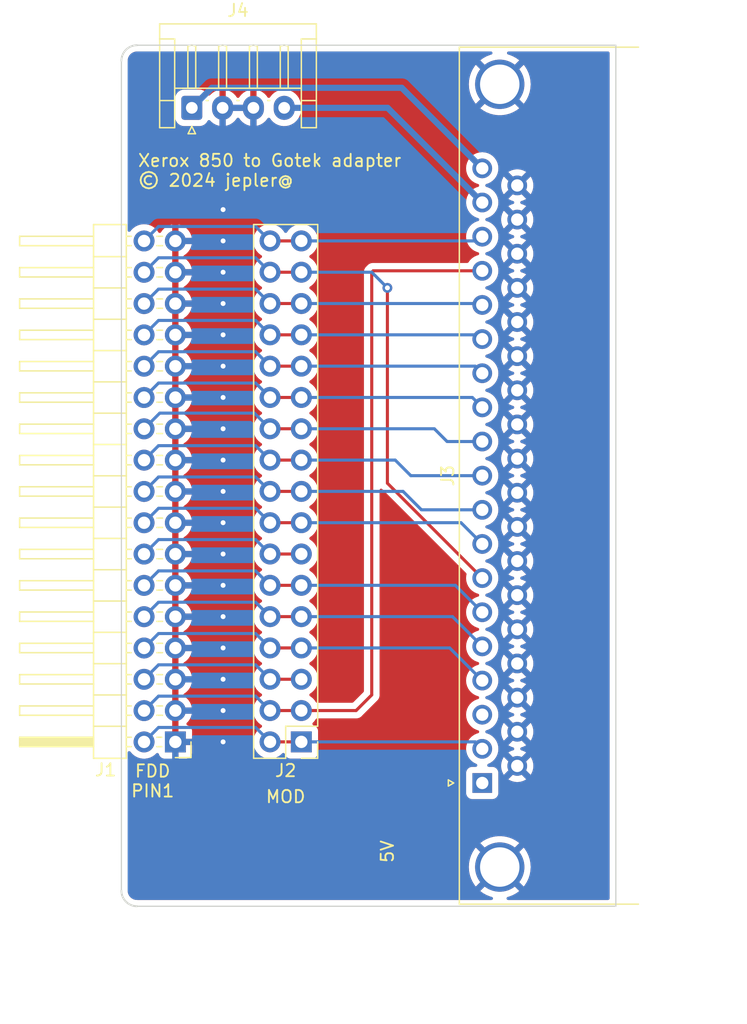
<source format=kicad_pcb>
(kicad_pcb (version 20211014) (generator pcbnew)
  (layers (0 "F.Cu" signal) (31 "B.Cu" signal) (34 "B.Paste" user) (35 "F.Paste" user) (36 "B.SilkS" user "B.Silkscreen") (37 "F.SilkS" user "F.Silkscreen") (38 "B.Mask" user) (39 "F.Mask" user) (44 "Edge.Cuts" user))
  (net 0 "")
  (net 1 "GND")
  (net 2 "READY")
  (net 3 "Net-(J1-Pad6)")
  (net 4 "INDEX")
  (net 5 "SEL1")
  (net 6 "SEL2")
  (net 7 "STEP")
  (net 8 "WTDATA")
  (net 9 "WTGATE")
  (net 10 "TK00")
  (net 11 "WTPRO")
  (net 12 "SIDE")
  (net 13 "RDDATA")
  (net 15 "+5V")
  (net 16 "SEL_8_5")
  (net 17 "Net-(J1-Pad14)")
  (net 18 "HEAD_LOAD")
  (net 19 "STEP_IN")
  (net 21 "LOW_CURRENT")
  (net 22 "+12V")
  (footprint "Connector_PinHeader_2.54mm:PinHeader_2x17_P2.54mm_Horizontal" (layer "F.Cu") (at 103.44 127.64 180)
    (fp_text reference "J1" (at 5.655 -2.27) (layer "F.SilkS"))
    (fp_text value "Conn_02x17_Odd_Even")
    (fp_line (start 6.64 0.28) (end 12.64 0.28) (layer "F.SilkS") (width 0.12))
    (fp_line (start 3.582929 10.54) (end 3.98 10.54) (layer "F.SilkS") (width 0.12))
    (fp_line (start -1.27 -1.27) (end 0 -1.27) (layer "F.SilkS") (width 0.12))
    (fp_line (start 3.582929 37.72) (end 3.98 37.72) (layer "F.SilkS") (width 0.12))
    (fp_line (start 3.582929 -0.38) (end 3.98 -0.38) (layer "F.SilkS") (width 0.12))
    (fp_line (start 3.582929 35.18) (end 3.98 35.18) (layer "F.SilkS") (width 0.12))
    (fp_line (start 12.64 25.02) (end 12.64 25.78) (layer "F.SilkS") (width 0.12))
    (fp_line (start 12.64 28.32) (end 6.64 28.32) (layer "F.SilkS") (width 0.12))
    (fp_line (start 6.64 9.78) (end 12.64 9.78) (layer "F.SilkS") (width 0.12))
    (fp_line (start 6.64 27.56) (end 12.64 27.56) (layer "F.SilkS") (width 0.12))
    (fp_line (start 12.64 35.94) (end 6.64 35.94) (layer "F.SilkS") (width 0.12))
    (fp_line (start 1.042929 12.32) (end 1.497071 12.32) (layer "F.SilkS") (width 0.12))
    (fp_line (start 3.582929 19.94) (end 3.98 19.94) (layer "F.SilkS") (width 0.12))
    (fp_line (start 1.042929 38.48) (end 1.497071 38.48) (layer "F.SilkS") (width 0.12))
    (fp_line (start 3.582929 25.78) (end 3.98 25.78) (layer "F.SilkS") (width 0.12))
    (fp_line (start 6.64 22.48) (end 12.64 22.48) (layer "F.SilkS") (width 0.12))
    (fp_line (start 1.042929 4.7) (end 1.497071 4.7) (layer "F.SilkS") (width 0.12))
    (fp_line (start 1.042929 7.24) (end 1.497071 7.24) (layer "F.SilkS") (width 0.12))
    (fp_line (start 12.64 15.62) (end 6.64 15.62) (layer "F.SilkS") (width 0.12))
    (fp_line (start 3.98 11.43) (end 6.64 11.43) (layer "F.SilkS") (width 0.12))
    (fp_line (start 12.64 41.02) (end 6.64 41.02) (layer "F.SilkS") (width 0.12))
    (fp_line (start 3.582929 28.32) (end 3.98 28.32) (layer "F.SilkS") (width 0.12))
    (fp_line (start 1.042929 27.56) (end 1.497071 27.56) (layer "F.SilkS") (width 0.12))
    (fp_line (start 12.64 20.7) (end 6.64 20.7) (layer "F.SilkS") (width 0.12))
    (fp_line (start 6.64 12.32) (end 12.64 12.32) (layer "F.SilkS") (width 0.12))
    (fp_line (start 6.64 14.86) (end 12.64 14.86) (layer "F.SilkS") (width 0.12))
    (fp_line (start 6.64 2.16) (end 12.64 2.16) (layer "F.SilkS") (width 0.12))
    (fp_line (start 1.042929 41.02) (end 1.497071 41.02) (layer "F.SilkS") (width 0.12))
    (fp_line (start 1.042929 30.1) (end 1.497071 30.1) (layer "F.SilkS") (width 0.12))
    (fp_line (start 3.98 19.05) (end 6.64 19.05) (layer "F.SilkS") (width 0.12))
    (fp_line (start 3.98 16.51) (end 6.64 16.51) (layer "F.SilkS") (width 0.12))
    (fp_line (start 6.64 4.7) (end 12.64 4.7) (layer "F.SilkS") (width 0.12))
    (fp_line (start 12.64 23.24) (end 6.64 23.24) (layer "F.SilkS") (width 0.12))
    (fp_line (start 3.582929 38.48) (end 3.98 38.48) (layer "F.SilkS") (width 0.12))
    (fp_line (start 12.64 30.1) (end 12.64 30.86) (layer "F.SilkS") (width 0.12))
    (fp_line (start -1.27 0) (end -1.27 -1.27) (layer "F.SilkS") (width 0.12))
    (fp_line (start 6.64 7.24) (end 12.64 7.24) (layer "F.SilkS") (width 0.12))
    (fp_line (start 1.042929 33.4) (end 1.497071 33.4) (layer "F.SilkS") (width 0.12))
    (fp_line (start 12.64 27.56) (end 12.64 28.32) (layer "F.SilkS") (width 0.12))
    (fp_line (start 1.042929 5.46) (end 1.497071 5.46) (layer "F.SilkS") (width 0.12))
    (fp_line (start 1.042929 2.92) (end 1.497071 2.92) (layer "F.SilkS") (width 0.12))
    (fp_line (start 12.64 -0.38) (end 12.64 0.38) (layer "F.SilkS") (width 0.12))
    (fp_line (start 1.042929 40.26) (end 1.497071 40.26) (layer "F.SilkS") (width 0.12))
    (fp_line (start 6.64 25.02) (end 12.64 25.02) (layer "F.SilkS") (width 0.12))
    (fp_line (start 3.98 6.35) (end 6.64 6.35) (layer "F.SilkS") (width 0.12))
    (fp_line (start 3.98 8.89) (end 6.64 8.89) (layer "F.SilkS") (width 0.12))
    (fp_line (start 3.98 21.59) (end 6.64 21.59) (layer "F.SilkS") (width 0.12))
    (fp_line (start 1.042929 2.16) (end 1.497071 2.16) (layer "F.SilkS") (width 0.12))
    (fp_line (start 3.98 1.27) (end 6.64 1.27) (layer "F.SilkS") (width 0.12))
    (fp_line (start 12.64 2.16) (end 12.64 2.92) (layer "F.SilkS") (width 0.12))
    (fp_line (start 1.042929 14.86) (end 1.497071 14.86) (layer "F.SilkS") (width 0.12))
    (fp_line (start 1.042929 13.08) (end 1.497071 13.08) (layer "F.SilkS") (width 0.12))
    (fp_line (start 3.98 3.81) (end 6.64 3.81) (layer "F.SilkS") (width 0.12))
    (fp_line (start 6.64 -0.2) (end 12.64 -0.2) (layer "F.SilkS") (width 0.12))
    (fp_line (start 12.64 37.72) (end 12.64 38.48) (layer "F.SilkS") (width 0.12))
    (fp_line (start 3.98 36.83) (end 6.64 36.83) (layer "F.SilkS") (width 0.12))
    (fp_line (start 12.64 12.32) (end 12.64 13.08) (layer "F.SilkS") (width 0.12))
    (fp_line (start 3.582929 40.26) (end 3.98 40.26) (layer "F.SilkS") (width 0.12))
    (fp_line (start 3.582929 17.4) (end 3.98 17.4) (layer "F.SilkS") (width 0.12))
    (fp_line (start 3.582929 4.7) (end 3.98 4.7) (layer "F.SilkS") (width 0.12))
    (fp_line (start 3.582929 32.64) (end 3.98 32.64) (layer "F.SilkS") (width 0.12))
    (fp_line (start 1.042929 37.72) (end 1.497071 37.72) (layer "F.SilkS") (width 0.12))
    (fp_line (start 1.042929 20.7) (end 1.497071 20.7) (layer "F.SilkS") (width 0.12))
    (fp_line (start 3.582929 7.24) (end 3.98 7.24) (layer "F.SilkS") (width 0.12))
    (fp_line (start 6.64 41.97) (end 6.64 -1.33) (layer "F.SilkS") (width 0.12))
    (fp_line (start 3.582929 8) (end 3.98 8) (layer "F.SilkS") (width 0.12))
    (fp_line (start 3.98 24.13) (end 6.64 24.13) (layer "F.SilkS") (width 0.12))
    (fp_line (start 3.582929 20.7) (end 3.98 20.7) (layer "F.SilkS") (width 0.12))
    (fp_line (start 3.582929 12.32) (end 3.98 12.32) (layer "F.SilkS") (width 0.12))
    (fp_line (start 6.64 -1.33) (end 3.98 -1.33) (layer "F.SilkS") (width 0.12))
    (fp_line (start 1.042929 35.94) (end 1.497071 35.94) (layer "F.SilkS") (width 0.12))
    (fp_line (start 6.64 -0.32) (end 12.64 -0.32) (layer "F.SilkS") (width 0.12))
    (fp_line (start 12.64 30.86) (end 6.64 30.86) (layer "F.SilkS") (width 0.12))
    (fp_line (start 12.64 14.86) (end 12.64 15.62) (layer "F.SilkS") (width 0.12))
    (fp_line (start 1.042929 28.32) (end 1.497071 28.32) (layer "F.SilkS") (width 0.12))
    (fp_line (start 3.582929 2.16) (end 3.98 2.16) (layer "F.SilkS") (width 0.12))
    (fp_line (start 3.582929 41.02) (end 3.98 41.02) (layer "F.SilkS") (width 0.12))
    (fp_line (start 3.582929 27.56) (end 3.98 27.56) (layer "F.SilkS") (width 0.12))
    (fp_line (start 1.042929 18.16) (end 1.497071 18.16) (layer "F.SilkS") (width 0.12))
    (fp_line (start 3.98 29.21) (end 6.64 29.21) (layer "F.SilkS") (width 0.12))
    (fp_line (start 1.042929 25.78) (end 1.497071 25.78) (layer "F.SilkS") (width 0.12))
    (fp_line (start 3.98 13.97) (end 6.64 13.97) (layer "F.SilkS") (width 0.12))
    (fp_line (start 12.64 33.4) (end 6.64 33.4) (layer "F.SilkS") (width 0.12))
    (fp_line (start 3.582929 0.38) (end 3.98 0.38) (layer "F.SilkS") (width 0.12))
    (fp_line (start 3.582929 33.4) (end 3.98 33.4) (layer "F.SilkS") (width 0.12))
    (fp_line (start 12.64 38.48) (end 6.64 38.48) (layer "F.SilkS") (width 0.12))
    (fp_line (start 6.64 32.64) (end 12.64 32.64) (layer "F.SilkS") (width 0.12))
    (fp_line (start 3.582929 30.86) (end 3.98 30.86) (layer "F.SilkS") (width 0.12))
    (fp_line (start 3.582929 30.1) (end 3.98 30.1) (layer "F.SilkS") (width 0.12))
    (fp_line (start 3.582929 15.62) (end 3.98 15.62) (layer "F.SilkS") (width 0.12))
    (fp_line (start 12.64 4.7) (end 12.64 5.46) (layer "F.SilkS") (width 0.12))
    (fp_line (start 3.582929 22.48) (end 3.98 22.48) (layer "F.SilkS") (width 0.12))
    (fp_line (start 1.042929 8) (end 1.497071 8) (layer "F.SilkS") (width 0.12))
    (fp_line (start 1.042929 30.86) (end 1.497071 30.86) (layer "F.SilkS") (width 0.12))
    (fp_line (start 6.64 0.04) (end 12.64 0.04) (layer "F.SilkS") (width 0.12))
    (fp_line (start 6.64 30.1) (end 12.64 30.1) (layer "F.SilkS") (width 0.12))
    (fp_line (start 12.64 25.78) (end 6.64 25.78) (layer "F.SilkS") (width 0.12))
    (fp_line (start 6.64 -0.08) (end 12.64 -0.08) (layer "F.SilkS") (width 0.12))
    (fp_line (start 3.582929 25.02) (end 3.98 25.02) (layer "F.SilkS") (width 0.12))
    (fp_line (start 3.582929 13.08) (end 3.98 13.08) (layer "F.SilkS") (width 0.12))
    (fp_line (start 12.64 17.4) (end 12.64 18.16) (layer "F.SilkS") (width 0.12))
    (fp_line (start 1.042929 23.24) (end 1.497071 23.24) (layer "F.SilkS") (width 0.12))
    (fp_line (start 3.98 31.75) (end 6.64 31.75) (layer "F.SilkS") (width 0.12))
    (fp_line (start 12.64 5.46) (end 6.64 5.46) (layer "F.SilkS") (width 0.12))
    (fp_line (start 12.64 8) (end 6.64 8) (layer "F.SilkS") (width 0.12))
    (fp_line (start 1.042929 22.48) (end 1.497071 22.48) (layer "F.SilkS") (width 0.12))
    (fp_line (start 6.64 19.94) (end 12.64 19.94) (layer "F.SilkS") (width 0.12))
    (fp_line (start 12.64 19.94) (end 12.64 20.7) (layer "F.SilkS") (width 0.12))
    (fp_line (start 3.582929 18.16) (end 3.98 18.16) (layer "F.SilkS") (width 0.12))
    (fp_line (start 12.64 0.38) (end 6.64 0.38) (layer "F.SilkS") (width 0.12))
    (fp_line (start 1.042929 19.94) (end 1.497071 19.94) (layer "F.SilkS") (width 0.12))
    (fp_line (start 6.64 35.18) (end 12.64 35.18) (layer "F.SilkS") (width 0.12))
    (fp_line (start 3.582929 5.46) (end 3.98 5.46) (layer "F.SilkS") (width 0.12))
    (fp_line (start 6.64 17.4) (end 12.64 17.4) (layer "F.SilkS") (width 0.12))
    (fp_line (start 12.64 10.54) (end 6.64 10.54) (layer "F.SilkS") (width 0.12))
    (fp_line (start 12.64 2.92) (end 6.64 2.92) (layer "F.SilkS") (width 0.12))
    (fp_line (start 3.582929 35.94) (end 3.98 35.94) (layer "F.SilkS") (width 0.12))
    (fp_line (start 3.582929 23.24) (end 3.98 23.24) (layer "F.SilkS") (width 0.12))
    (fp_line (start 12.64 18.16) (end 6.64 18.16) (layer "F.SilkS") (width 0.12))
    (fp_line (start 12.64 7.24) (end 12.64 8) (layer "F.SilkS") (width 0.12))
    (fp_line (start 1.042929 35.18) (end 1.497071 35.18) (layer "F.SilkS") (width 0.12))
    (fp_line (start 3.98 39.37) (end 6.64 39.37) (layer "F.SilkS") (width 0.12))
    (fp_line (start 12.64 9.78) (end 12.64 10.54) (layer "F.SilkS") (width 0.12))
    (fp_line (start 3.582929 9.78) (end 3.98 9.78) (layer "F.SilkS") (width 0.12))
    (fp_line (start 3.98 -1.33) (end 3.98 41.97) (layer "F.SilkS") (width 0.12))
    (fp_line (start 1.11 -0.38) (end 1.497071 -0.38) (layer "F.SilkS") (width 0.12))
    (fp_line (start 1.042929 10.54) (end 1.497071 10.54) (layer "F.SilkS") (width 0.12))
    (fp_line (start 3.98 26.67) (end 6.64 26.67) (layer "F.SilkS") (width 0.12))
    (fp_line (start 6.64 37.72) (end 12.64 37.72) (layer "F.SilkS") (width 0.12))
    (fp_line (start 1.042929 17.4) (end 1.497071 17.4) (layer "F.SilkS") (width 0.12))
    (fp_line (start 3.98 41.97) (end 6.64 41.97) (layer "F.SilkS") (width 0.12))
    (fp_line (start 1.042929 32.64) (end 1.497071 32.64) (layer "F.SilkS") (width 0.12))
    (fp_line (start 1.042929 9.78) (end 1.497071 9.78) (layer "F.SilkS") (width 0.12))
    (fp_line (start 1.11 0.38) (end 1.497071 0.38) (layer "F.SilkS") (width 0.12))
    (fp_line (start 3.582929 2.92) (end 3.98 2.92) (layer "F.SilkS") (width 0.12))
    (fp_line (start 6.64 0.16) (end 12.64 0.16) (layer "F.SilkS") (width 0.12))
    (fp_line (start 12.64 13.08) (end 6.64 13.08) (layer "F.SilkS") (width 0.12))
    (fp_line (start 12.64 32.64) (end 12.64 33.4) (layer "F.SilkS") (width 0.12))
    (fp_line (start 1.042929 15.62) (end 1.497071 15.62) (layer "F.SilkS") (width 0.12))
    (fp_line (start 12.64 40.26) (end 12.64 41.02) (layer "F.SilkS") (width 0.12))
    (fp_line (start 12.64 35.18) (end 12.64 35.94) (layer "F.SilkS") (width 0.12))
    (fp_line (start 12.64 22.48) (end 12.64 23.24) (layer "F.SilkS") (width 0.12))
    (fp_line (start 3.98 34.29) (end 6.64 34.29) (layer "F.SilkS") (width 0.12))
    (fp_line (start 1.042929 25.02) (end 1.497071 25.02) (layer "F.SilkS") (width 0.12))
    (fp_line (start 6.64 -0.38) (end 12.64 -0.38) (layer "F.SilkS") (width 0.12))
    (fp_line (start 6.64 40.26) (end 12.64 40.26) (layer "F.SilkS") (width 0.12))
    (fp_line (start 3.582929 14.86) (end 3.98 14.86) (layer "F.SilkS") (width 0.12))
    (pad "1" thru_hole rect (at 0 0 180) (size 1.7 1.7) (drill 1) (layers *.Cu *.Mask) (net 1 "GND"))
    (pad "2" thru_hole oval (at 2.54 0 180) (size 1.7 1.7) (drill 1) (layers *.Cu *.Mask) (net 16 "SEL_8_5"))
    (pad "3" thru_hole oval (at 0 2.54 180) (size 1.7 1.7) (drill 1) (layers *.Cu *.Mask) (net 1 "GND"))
    (pad "4" thru_hole oval (at 2.54 2.54 180) (size 1.7 1.7) (drill 1) (layers *.Cu *.Mask) (net 21 "LOW_CURRENT"))
    (pad "5" thru_hole oval (at 0 5.08 180) (size 1.7 1.7) (drill 1) (layers *.Cu *.Mask) (net 1 "GND"))
    (pad "6" thru_hole oval (at 2.54 5.08 180) (size 1.7 1.7) (drill 1) (layers *.Cu *.Mask) (net 3 "Net-(J1-Pad6)"))
    (pad "7" thru_hole oval (at 0 7.62 180) (size 1.7 1.7) (drill 1) (layers *.Cu *.Mask) (net 1 "GND"))
    (pad "8" thru_hole oval (at 2.54 7.62 180) (size 1.7 1.7) (drill 1) (layers *.Cu *.Mask) (net 4 "INDEX"))
    (pad "9" thru_hole oval (at 0 10.16 180) (size 1.7 1.7) (drill 1) (layers *.Cu *.Mask) (net 1 "GND"))
    (pad "10" thru_hole oval (at 2.54 10.16 180) (size 1.7 1.7) (drill 1) (layers *.Cu *.Mask) (net 5 "SEL1"))
    (pad "11" thru_hole oval (at 0 12.7 180) (size 1.7 1.7) (drill 1) (layers *.Cu *.Mask) (net 1 "GND"))
    (pad "12" thru_hole oval (at 2.54 12.7 180) (size 1.7 1.7) (drill 1) (layers *.Cu *.Mask) (net 6 "SEL2"))
    (pad "13" thru_hole oval (at 0 15.24 180) (size 1.7 1.7) (drill 1) (layers *.Cu *.Mask) (net 1 "GND"))
    (pad "14" thru_hole oval (at 2.54 15.24 180) (size 1.7 1.7) (drill 1) (layers *.Cu *.Mask) (net 17 "Net-(J1-Pad14)"))
    (pad "15" thru_hole oval (at 0 17.78 180) (size 1.7 1.7) (drill 1) (layers *.Cu *.Mask) (net 1 "GND"))
    (pad "16" thru_hole oval (at 2.54 17.78 180) (size 1.7 1.7) (drill 1) (layers *.Cu *.Mask) (net 18 "HEAD_LOAD"))
    (pad "17" thru_hole oval (at 0 20.32 180) (size 1.7 1.7) (drill 1) (layers *.Cu *.Mask) (net 1 "GND"))
    (pad "18" thru_hole oval (at 2.54 20.32 180) (size 1.7 1.7) (drill 1) (layers *.Cu *.Mask) (net 19 "STEP_IN"))
    (pad "19" thru_hole oval (at 0 22.86 180) (size 1.7 1.7) (drill 1) (layers *.Cu *.Mask) (net 1 "GND"))
    (pad "20" thru_hole oval (at 2.54 22.86 180) (size 1.7 1.7) (drill 1) (layers *.Cu *.Mask) (net 7 "STEP"))
    (pad "21" thru_hole oval (at 0 25.4 180) (size 1.7 1.7) (drill 1) (layers *.Cu *.Mask) (net 1 "GND"))
    (pad "22" thru_hole oval (at 2.54 25.4 180) (size 1.7 1.7) (drill 1) (layers *.Cu *.Mask) (net 8 "WTDATA"))
    (pad "23" thru_hole oval (at 0 27.94 180) (size 1.7 1.7) (drill 1) (layers *.Cu *.Mask) (net 1 "GND"))
    (pad "24" thru_hole oval (at 2.54 27.94 180) (size 1.7 1.7) (drill 1) (layers *.Cu *.Mask) (net 9 "WTGATE"))
    (pad "25" thru_hole oval (at 0 30.48 180) (size 1.7 1.7) (drill 1) (layers *.Cu *.Mask) (net 1 "GND"))
    (pad "26" thru_hole oval (at 2.54 30.48 180) (size 1.7 1.7) (drill 1) (layers *.Cu *.Mask) (net 10 "TK00"))
    (pad "27" thru_hole oval (at 0 33.02 180) (size 1.7 1.7) (drill 1) (layers *.Cu *.Mask) (net 1 "GND"))
    (pad "28" thru_hole oval (at 2.54 33.02 180) (size 1.7 1.7) (drill 1) (layers *.Cu *.Mask) (net 11 "WTPRO"))
    (pad "29" thru_hole oval (at 0 35.56 180) (size 1.7 1.7) (drill 1) (layers *.Cu *.Mask) (net 1 "GND"))
    (pad "30" thru_hole oval (at 2.54 35.56 180) (size 1.7 1.7) (drill 1) (layers *.Cu *.Mask) (net 13 "RDDATA"))
    (pad "31" thru_hole oval (at 0 38.1 180) (size 1.7 1.7) (drill 1) (layers *.Cu *.Mask) (net 1 "GND"))
    (pad "32" thru_hole oval (at 2.54 38.1 180) (size 1.7 1.7) (drill 1) (layers *.Cu *.Mask) (net 12 "SIDE"))
    (pad "33" thru_hole oval (at 0 40.64 180) (size 1.7 1.7) (drill 1) (layers *.Cu *.Mask) (net 1 "GND"))
    (pad "34" thru_hole oval (at 2.54 40.64 180) (size 1.7 1.7) (drill 1) (layers *.Cu *.Mask) (net 2 "READY"))
  )
  (footprint "Connector_Dsub:DSUB-37_Male_Horizontal_P2.77x2.84mm_EdgePinOffset9.90mm_Housed_MountingHolesOffset11.32mm" (layer "F.Cu") (at 128.349669 130.97 90)
    (fp_text reference "J3" (at 24.93 -2.8 90) (layer "F.SilkS"))
    (fp_text value "DB37_Male_MountingHoles")
    (fp_line (start 0.25 -2.754338) (end 0 -2.321325) (layer "F.SilkS") (width 0.12))
    (fp_line (start -9.83 -1.86) (end 59.69 -1.86) (layer "F.SilkS") (width 0.12))
    (fp_line (start -0.25 -2.754338) (end 0.25 -2.754338) (layer "F.SilkS") (width 0.12))
    (fp_line (start -9.83 12.68) (end -9.83 -1.86) (layer "F.SilkS") (width 0.12))
    (fp_line (start 0 -2.321325) (end -0.25 -2.754338) (layer "F.SilkS") (width 0.12))
    (fp_line (start 59.69 -1.86) (end 59.69 12.68) (layer "F.SilkS") (width 0.12))
    (pad "0" thru_hole circle (at -6.82 1.42 90) (size 4 4) (drill 3.2) (layers *.Cu *.Mask) (net 1 "GND"))
    (pad "0" thru_hole circle (at 56.68 1.42 90) (size 4 4) (drill 3.2) (layers *.Cu *.Mask) (net 1 "GND"))
    (pad "1" thru_hole rect (at 0 0 90) (size 1.6 1.6) (drill 1) (layers *.Cu *.Mask))
    (pad "2" thru_hole circle (at 2.77 0 90) (size 1.6 1.6) (drill 1) (layers *.Cu *.Mask) (net 16 "SEL_8_5"))
    (pad "3" thru_hole circle (at 5.54 0 90) (size 1.6 1.6) (drill 1) (layers *.Cu *.Mask))
    (pad "4" thru_hole circle (at 8.31 0 90) (size 1.6 1.6) (drill 1) (layers *.Cu *.Mask) (net 4 "INDEX"))
    (pad "5" thru_hole circle (at 11.08 0 90) (size 1.6 1.6) (drill 1) (layers *.Cu *.Mask) (net 5 "SEL1"))
    (pad "6" thru_hole circle (at 13.85 0 90) (size 1.6 1.6) (drill 1) (layers *.Cu *.Mask) (net 6 "SEL2"))
    (pad "7" thru_hole circle (at 16.62 0 90) (size 1.6 1.6) (drill 1) (layers *.Cu *.Mask) (net 12 "SIDE"))
    (pad "8" thru_hole circle (at 19.39 0 90) (size 1.6 1.6) (drill 1) (layers *.Cu *.Mask) (net 18 "HEAD_LOAD"))
    (pad "9" thru_hole circle (at 22.16 0 90) (size 1.6 1.6) (drill 1) (layers *.Cu *.Mask) (net 19 "STEP_IN"))
    (pad "10" thru_hole circle (at 24.93 0 90) (size 1.6 1.6) (drill 1) (layers *.Cu *.Mask) (net 7 "STEP"))
    (pad "11" thru_hole circle (at 27.7 0 90) (size 1.6 1.6) (drill 1) (layers *.Cu *.Mask) (net 8 "WTDATA"))
    (pad "12" thru_hole circle (at 30.47 0 90) (size 1.6 1.6) (drill 1) (layers *.Cu *.Mask) (net 9 "WTGATE"))
    (pad "13" thru_hole circle (at 33.24 0 90) (size 1.6 1.6) (drill 1) (layers *.Cu *.Mask) (net 10 "TK00"))
    (pad "14" thru_hole circle (at 36.01 0 90) (size 1.6 1.6) (drill 1) (layers *.Cu *.Mask) (net 11 "WTPRO"))
    (pad "15" thru_hole circle (at 38.78 0 90) (size 1.6 1.6) (drill 1) (layers *.Cu *.Mask) (net 13 "RDDATA"))
    (pad "16" thru_hole circle (at 41.55 0 90) (size 1.6 1.6) (drill 1) (layers *.Cu *.Mask) (net 21 "LOW_CURRENT"))
    (pad "17" thru_hole circle (at 44.32 0 90) (size 1.6 1.6) (drill 1) (layers *.Cu *.Mask) (net 2 "READY"))
    (pad "18" thru_hole circle (at 47.09 0 90) (size 1.6 1.6) (drill 1) (layers *.Cu *.Mask) (net 22 "+12V"))
    (pad "19" thru_hole circle (at 49.86 0 90) (size 1.6 1.6) (drill 1) (layers *.Cu *.Mask) (net 15 "+5V"))
    (pad "20" thru_hole circle (at 1.385 2.84 90) (size 1.6 1.6) (drill 1) (layers *.Cu *.Mask) (net 1 "GND"))
    (pad "21" thru_hole circle (at 4.155 2.84 90) (size 1.6 1.6) (drill 1) (layers *.Cu *.Mask) (net 1 "GND"))
    (pad "22" thru_hole circle (at 6.925 2.84 90) (size 1.6 1.6) (drill 1) (layers *.Cu *.Mask) (net 1 "GND"))
    (pad "23" thru_hole circle (at 9.695 2.84 90) (size 1.6 1.6) (drill 1) (layers *.Cu *.Mask) (net 1 "GND"))
    (pad "24" thru_hole circle (at 12.465 2.84 90) (size 1.6 1.6) (drill 1) (layers *.Cu *.Mask) (net 1 "GND"))
    (pad "25" thru_hole circle (at 15.235 2.84 90) (size 1.6 1.6) (drill 1) (layers *.Cu *.Mask) (net 1 "GND"))
    (pad "26" thru_hole circle (at 18.005 2.84 90) (size 1.6 1.6) (drill 1) (layers *.Cu *.Mask) (net 1 "GND"))
    (pad "27" thru_hole circle (at 20.775 2.84 90) (size 1.6 1.6) (drill 1) (layers *.Cu *.Mask) (net 1 "GND"))
    (pad "28" thru_hole circle (at 23.545 2.84 90) (size 1.6 1.6) (drill 1) (layers *.Cu *.Mask) (net 1 "GND"))
    (pad "29" thru_hole circle (at 26.315 2.84 90) (size 1.6 1.6) (drill 1) (layers *.Cu *.Mask) (net 1 "GND"))
    (pad "30" thru_hole circle (at 29.085 2.84 90) (size 1.6 1.6) (drill 1) (layers *.Cu *.Mask) (net 1 "GND"))
    (pad "31" thru_hole circle (at 31.855 2.84 90) (size 1.6 1.6) (drill 1) (layers *.Cu *.Mask) (net 1 "GND"))
    (pad "32" thru_hole circle (at 34.625 2.84 90) (size 1.6 1.6) (drill 1) (layers *.Cu *.Mask) (net 1 "GND"))
    (pad "33" thru_hole circle (at 37.395 2.84 90) (size 1.6 1.6) (drill 1) (layers *.Cu *.Mask) (net 1 "GND"))
    (pad "34" thru_hole circle (at 40.165 2.84 90) (size 1.6 1.6) (drill 1) (layers *.Cu *.Mask) (net 1 "GND"))
    (pad "35" thru_hole circle (at 42.935 2.84 90) (size 1.6 1.6) (drill 1) (layers *.Cu *.Mask) (net 1 "GND"))
    (pad "36" thru_hole circle (at 45.705 2.84 90) (size 1.6 1.6) (drill 1) (layers *.Cu *.Mask) (net 1 "GND"))
    (pad "37" thru_hole circle (at 48.475 2.84 90) (size 1.6 1.6) (drill 1) (layers *.Cu *.Mask) (net 1 "GND"))
  )
  (footprint "Connector_PinHeader_2.54mm:PinHeader_2x17_P2.54mm_Vertical" (layer "F.Cu") (at 113.665 127.635 180)
    (fp_text reference "J2" (at 1.27 -2.33) (layer "F.SilkS"))
    (fp_text value "Conn_02x17_Odd_Even")
    (fp_line (start 1.27 1.27) (end 1.27 -1.33) (layer "F.SilkS") (width 0.12))
    (fp_line (start -1.33 41.97) (end 3.87 41.97) (layer "F.SilkS") (width 0.12))
    (fp_line (start -1.33 -1.33) (end 0 -1.33) (layer "F.SilkS") (width 0.12))
    (fp_line (start 3.87 -1.33) (end 3.87 41.97) (layer "F.SilkS") (width 0.12))
    (fp_line (start -1.33 1.27) (end 1.27 1.27) (layer "F.SilkS") (width 0.12))
    (fp_line (start -1.33 1.27) (end -1.33 41.97) (layer "F.SilkS") (width 0.12))
    (fp_line (start -1.33 0) (end -1.33 -1.33) (layer "F.SilkS") (width 0.12))
    (fp_line (start 1.27 -1.33) (end 3.87 -1.33) (layer "F.SilkS") (width 0.12))
    (pad "1" thru_hole rect (at 0 0 180) (size 1.7 1.7) (drill 1) (layers *.Cu *.Mask) (net 16 "SEL_8_5"))
    (pad "2" thru_hole oval (at 2.54 0 180) (size 1.7 1.7) (drill 1) (layers *.Cu *.Mask) (net 16 "SEL_8_5"))
    (pad "3" thru_hole oval (at 0 2.54 180) (size 1.7 1.7) (drill 1) (layers *.Cu *.Mask) (net 21 "LOW_CURRENT"))
    (pad "4" thru_hole oval (at 2.54 2.54 180) (size 1.7 1.7) (drill 1) (layers *.Cu *.Mask) (net 21 "LOW_CURRENT"))
    (pad "5" thru_hole oval (at 0 5.08 180) (size 1.7 1.7) (drill 1) (layers *.Cu *.Mask) (net 3 "Net-(J1-Pad6)"))
    (pad "6" thru_hole oval (at 2.54 5.08 180) (size 1.7 1.7) (drill 1) (layers *.Cu *.Mask) (net 3 "Net-(J1-Pad6)"))
    (pad "7" thru_hole oval (at 0 7.62 180) (size 1.7 1.7) (drill 1) (layers *.Cu *.Mask) (net 4 "INDEX"))
    (pad "8" thru_hole oval (at 2.54 7.62 180) (size 1.7 1.7) (drill 1) (layers *.Cu *.Mask) (net 4 "INDEX"))
    (pad "9" thru_hole oval (at 0 10.16 180) (size 1.7 1.7) (drill 1) (layers *.Cu *.Mask) (net 5 "SEL1"))
    (pad "10" thru_hole oval (at 2.54 10.16 180) (size 1.7 1.7) (drill 1) (layers *.Cu *.Mask) (net 5 "SEL1"))
    (pad "11" thru_hole oval (at 0 12.7 180) (size 1.7 1.7) (drill 1) (layers *.Cu *.Mask) (net 6 "SEL2"))
    (pad "12" thru_hole oval (at 2.54 12.7 180) (size 1.7 1.7) (drill 1) (layers *.Cu *.Mask) (net 6 "SEL2"))
    (pad "13" thru_hole oval (at 0 15.24 180) (size 1.7 1.7) (drill 1) (layers *.Cu *.Mask) (net 17 "Net-(J1-Pad14)"))
    (pad "14" thru_hole oval (at 2.54 15.24 180) (size 1.7 1.7) (drill 1) (layers *.Cu *.Mask) (net 17 "Net-(J1-Pad14)"))
    (pad "15" thru_hole oval (at 0 17.78 180) (size 1.7 1.7) (drill 1) (layers *.Cu *.Mask) (net 18 "HEAD_LOAD"))
    (pad "16" thru_hole oval (at 2.54 17.78 180) (size 1.7 1.7) (drill 1) (layers *.Cu *.Mask) (net 18 "HEAD_LOAD"))
    (pad "17" thru_hole oval (at 0 20.32 180) (size 1.7 1.7) (drill 1) (layers *.Cu *.Mask) (net 19 "STEP_IN"))
    (pad "18" thru_hole oval (at 2.54 20.32 180) (size 1.7 1.7) (drill 1) (layers *.Cu *.Mask) (net 19 "STEP_IN"))
    (pad "19" thru_hole oval (at 0 22.86 180) (size 1.7 1.7) (drill 1) (layers *.Cu *.Mask) (net 7 "STEP"))
    (pad "20" thru_hole oval (at 2.54 22.86 180) (size 1.7 1.7) (drill 1) (layers *.Cu *.Mask) (net 7 "STEP"))
    (pad "21" thru_hole oval (at 0 25.4 180) (size 1.7 1.7) (drill 1) (layers *.Cu *.Mask) (net 8 "WTDATA"))
    (pad "22" thru_hole oval (at 2.54 25.4 180) (size 1.7 1.7) (drill 1) (layers *.Cu *.Mask) (net 8 "WTDATA"))
    (pad "23" thru_hole oval (at 0 27.94 180) (size 1.7 1.7) (drill 1) (layers *.Cu *.Mask) (net 9 "WTGATE"))
    (pad "24" thru_hole oval (at 2.54 27.94 180) (size 1.7 1.7) (drill 1) (layers *.Cu *.Mask) (net 9 "WTGATE"))
    (pad "25" thru_hole oval (at 0 30.48 180) (size 1.7 1.7) (drill 1) (layers *.Cu *.Mask) (net 10 "TK00"))
    (pad "26" thru_hole oval (at 2.54 30.48 180) (size 1.7 1.7) (drill 1) (layers *.Cu *.Mask) (net 10 "TK00"))
    (pad "27" thru_hole oval (at 0 33.02 180) (size 1.7 1.7) (drill 1) (layers *.Cu *.Mask) (net 11 "WTPRO"))
    (pad "28" thru_hole oval (at 2.54 33.02 180) (size 1.7 1.7) (drill 1) (layers *.Cu *.Mask) (net 11 "WTPRO"))
    (pad "29" thru_hole oval (at 0 35.56 180) (size 1.7 1.7) (drill 1) (layers *.Cu *.Mask) (net 13 "RDDATA"))
    (pad "30" thru_hole oval (at 2.54 35.56 180) (size 1.7 1.7) (drill 1) (layers *.Cu *.Mask) (net 13 "RDDATA"))
    (pad "31" thru_hole oval (at 0 38.1 180) (size 1.7 1.7) (drill 1) (layers *.Cu *.Mask) (net 12 "SIDE"))
    (pad "32" thru_hole oval (at 2.54 38.1 180) (size 1.7 1.7) (drill 1) (layers *.Cu *.Mask) (net 12 "SIDE"))
    (pad "33" thru_hole oval (at 0 40.64 180) (size 1.7 1.7) (drill 1) (layers *.Cu *.Mask) (net 2 "READY"))
    (pad "34" thru_hole oval (at 2.54 40.64 180) (size 1.7 1.7) (drill 1) (layers *.Cu *.Mask) (net 2 "READY"))
  )
  (footprint "Connector_JST:JST_EH_S4B-EH_1x04_P2.50mm_Horizontal" (layer "F.Cu") (at 104.775 76.2)
    (fp_text reference "J4" (at 3.75 -7.9) (layer "F.SilkS"))
    (fp_text value "Conn_01x04_Male")
    (fp_line (start -1.39 -1.59) (end 8.89 -1.59) (layer "F.SilkS") (width 0.12))
    (fp_line (start 2.5 -1.59) (end 2.18 -1.59) (layer "F.SilkS") (width 0.12))
    (fp_line (start 8.89 -5.59) (end 8.89 -0.59) (layer "F.SilkS") (width 0.12))
    (fp_line (start 10.11 -6.81) (end 10.11 1.61) (layer "F.SilkS") (width 0.12))
    (fp_line (start 4.68 -5.01) (end 5 -5.09) (layer "F.SilkS") (width 0.12))
    (fp_line (start 10.11 -5.59) (end 8.89 -5.59) (layer "F.SilkS") (width 0.12))
    (fp_line (start 5.32 -1.59) (end 5 -1.59) (layer "F.SilkS") (width 0.12))
    (fp_line (start -0.32 -1.59) (end -0.32 -5.01) (layer "F.SilkS") (width 0.12))
    (fp_line (start 0.3 2.1) (end 0 1.5) (layer "F.SilkS") (width 0.12))
    (fp_line (start -0.3 2.1) (end 0.3 2.1) (layer "F.SilkS") (width 0.12))
    (fp_line (start 7.5 -5.09) (end 7.82 -5.01) (layer "F.SilkS") (width 0.12))
    (fp_line (start 10.11 1.61) (end 8.89 1.61) (layer "F.SilkS") (width 0.12))
    (fp_line (start 2.18 -5.01) (end 2.5 -5.09) (layer "F.SilkS") (width 0.12))
    (fp_line (start 5 -5.09) (end 5.32 -5.01) (layer "F.SilkS") (width 0.12))
    (fp_line (start 0.32 -1.59) (end 0 -1.59) (layer "F.SilkS") (width 0.12))
    (fp_line (start 7.18 -5.01) (end 7.5 -5.09) (layer "F.SilkS") (width 0.12))
    (fp_line (start 0 -5.09) (end 0.32 -5.01) (layer "F.SilkS") (width 0.12))
    (fp_line (start -1.39 1.61) (end -2.61 1.61) (layer "F.SilkS") (width 0.12))
    (fp_line (start -1.39 -0.59) (end -1.39 1.61) (layer "F.SilkS") (width 0.12))
    (fp_line (start -1.39 -5.59) (end -1.39 -0.59) (layer "F.SilkS") (width 0.12))
    (fp_line (start 5.32 -5.01) (end 5.32 -1.59) (layer "F.SilkS") (width 0.12))
    (fp_line (start 4.68 -1.59) (end 4.68 -5.01) (layer "F.SilkS") (width 0.12))
    (fp_line (start 3.67 -0.59) (end 3.83 -0.59) (layer "F.SilkS") (width 0.12))
    (fp_line (start 2.18 -1.59) (end 2.18 -5.01) (layer "F.SilkS") (width 0.12))
    (fp_line (start 7.5 -1.59) (end 7.18 -1.59) (layer "F.SilkS") (width 0.12))
    (fp_line (start 6.17 -0.59) (end 6.33 -0.59) (layer "F.SilkS") (width 0.12))
    (fp_line (start 2.82 -1.59) (end 2.5 -1.59) (layer "F.SilkS") (width 0.12))
    (fp_line (start 2.82 -5.01) (end 2.82 -1.59) (layer "F.SilkS") (width 0.12))
    (fp_line (start 1.17 -0.59) (end 1.33 -0.59) (layer "F.SilkS") (width 0.12))
    (fp_line (start 2.5 -5.09) (end 2.82 -5.01) (layer "F.SilkS") (width 0.12))
    (fp_line (start -1.39 -0.59) (end -2.61 -0.59) (layer "F.SilkS") (width 0.12))
    (fp_line (start 7.82 -5.01) (end 7.82 -1.59) (layer "F.SilkS") (width 0.12))
    (fp_line (start -0.32 -5.01) (end 0 -5.09) (layer "F.SilkS") (width 0.12))
    (fp_line (start 7.18 -1.59) (end 7.18 -5.01) (layer "F.SilkS") (width 0.12))
    (fp_line (start 8.89 -0.59) (end 10.11 -0.59) (layer "F.SilkS") (width 0.12))
    (fp_line (start -2.61 1.61) (end -2.61 -6.81) (layer "F.SilkS") (width 0.12))
    (fp_line (start 5 -1.59) (end 4.68 -1.59) (layer "F.SilkS") (width 0.12))
    (fp_line (start -2.61 -5.59) (end -1.39 -5.59) (layer "F.SilkS") (width 0.12))
    (fp_line (start 7.82 -1.59) (end 7.5 -1.59) (layer "F.SilkS") (width 0.12))
    (fp_line (start 8.89 1.61) (end 8.89 -0.59) (layer "F.SilkS") (width 0.12))
    (fp_line (start 0 1.5) (end -0.3 2.1) (layer "F.SilkS") (width 0.12))
    (fp_line (start 0 -1.59) (end -0.32 -1.59) (layer "F.SilkS") (width 0.12))
    (fp_line (start -2.61 -6.81) (end 10.11 -6.81) (layer "F.SilkS") (width 0.12))
    (fp_line (start 0.32 -5.01) (end 0.32 -1.59) (layer "F.SilkS") (width 0.12))
    (pad "1" thru_hole roundrect (at 0 0) (size 1.7 1.95) (drill 0.95) (layers *.Cu *.Mask) (roundrect_rratio 0.1470588235) (net 15 "+5V"))
    (pad "2" thru_hole oval (at 2.5 0) (size 1.7 1.95) (drill 0.95) (layers *.Cu *.Mask) (net 1 "GND"))
    (pad "3" thru_hole oval (at 5 0) (size 1.7 1.95) (drill 0.95) (layers *.Cu *.Mask) (net 1 "GND"))
    (pad "4" thru_hole oval (at 7.5 0) (size 1.7 1.95) (drill 0.95) (layers *.Cu *.Mask) (net 22 "+12V"))
  )
  (gr_line (start 99.06 139.7) (end 99.06 72.39) (layer "Edge.Cuts") (width 0.1))
  (gr_line (start 139.192 140.97) (end 100.33 140.97) (layer "Edge.Cuts") (width 0.1))
  (gr_arc (start 99.06 72.39) (mid 99.431974 71.491974) (end 100.33 71.12) (layer "Edge.Cuts") (width 0.15))
  (gr_line (start 100.33 71.12) (end 139.192 71.12) (layer "Edge.Cuts") (width 0.1))
  (gr_arc (start 100.33 140.97) (mid 99.431974 140.598026) (end 99.06 139.7) (layer "Edge.Cuts") (width 0.15))
  (gr_line (start 139.192 71.12) (end 139.192 140.97) (layer "Edge.Cuts") (width 0.1))
  (gr_text "5V" (at 120.65 136.525 90) (layer "F.SilkS") (effects (font (size 1 1))))
  (gr_text "Xerox 850 to Gotek adapter\n© 2024 jepler@" (at 100.33 81.28) (layer "F.SilkS") (effects (font (size 1 1)) (justify left)))
  (gr_text "FDD\nPIN1" (at 101.6 130.81) (layer "F.SilkS") (effects (font (size 1 1))))
  (gr_text "MOD" (at 112.395 132.08) (layer "F.SilkS") (effects (font (size 1 1))))
  (via (at 107.315 117.475) (size 0.8) (drill 0.4) (layers "F.Cu" "B.Cu") (net 1))
  (via (at 107.315 127.635) (size 0.8) (drill 0.4) (layers "F.Cu" "B.Cu") (net 1))
  (via (at 107.315 86.995) (size 0.8) (drill 0.4) (layers "F.Cu" "B.Cu") (net 1))
  (via (at 107.315 107.315) (size 0.8) (drill 0.4) (layers "F.Cu" "B.Cu") (net 1))
  (via (at 107.315 112.395) (size 0.8) (drill 0.4) (layers "F.Cu" "B.Cu") (net 1))
  (via (at 107.315 89.535) (size 0.8) (drill 0.4) (layers "F.Cu" "B.Cu") (net 1))
  (via (at 107.315 104.775) (size 0.8) (drill 0.4) (layers "F.Cu" "B.Cu") (net 1))
  (via (at 107.315 92.075) (size 0.8) (drill 0.4) (layers "F.Cu" "B.Cu") (net 1))
  (via (at 107.315 97.155) (size 0.8) (drill 0.4) (layers "F.Cu" "B.Cu") (net 1))
  (via (at 107.315 122.555) (size 0.8) (drill 0.4) (layers "F.Cu" "B.Cu") (net 1))
  (via (at 107.315 120.015) (size 0.8) (drill 0.4) (layers "F.Cu" "B.Cu") (net 1))
  (via (at 107.315 109.855) (size 0.8) (drill 0.4) (layers "F.Cu" "B.Cu") (net 1))
  (via (at 107.315 99.695) (size 0.8) (drill 0.4) (layers "F.Cu" "B.Cu") (net 1))
  (via (at 107.315 84.455) (size 0.8) (drill 0.4) (layers "F.Cu" "B.Cu") (net 1))
  (via (at 107.315 94.615) (size 0.8) (drill 0.4) (layers "F.Cu" "B.Cu") (net 1))
  (via (at 107.315 125.095) (size 0.8) (drill 0.4) (layers "F.Cu" "B.Cu") (net 1))
  (via (at 107.315 114.935) (size 0.8) (drill 0.4) (layers "F.Cu" "B.Cu") (net 1))
  (via (at 107.315 102.235) (size 0.8) (drill 0.4) (layers "F.Cu" "B.Cu") (net 1))
  (segment (start 113.665 86.995) (end 111.125 86.995) (width 0.25) (layer "F.Cu") (net 2))
  (segment (start 128.004669 86.995) (end 128.349669 86.65) (width 0.25) (layer "B.Cu") (net 2))
  (segment (start 102.075 85.825) (end 109.955 85.825) (width 0.25) (layer "B.Cu") (net 2))
  (segment (start 109.955 85.825) (end 111.125 86.995) (width 0.25) (layer "B.Cu") (net 2))
  (segment (start 113.665 86.995) (end 128.004669 86.995) (width 0.25) (layer "B.Cu") (net 2))
  (segment (start 100.9 87) (end 102.075 85.825) (width 0.25) (layer "B.Cu") (net 2))
  (segment (start 113.665 122.555) (end 111.125 122.555) (width 0.25) (layer "F.Cu") (net 3))
  (segment (start 109.955 121.385) (end 111.125 122.555) (width 0.25) (layer "B.Cu") (net 3))
  (segment (start 100.9 122.56) (end 102.075 121.385) (width 0.25) (layer "B.Cu") (net 3))
  (segment (start 102.075 121.385) (end 109.955 121.385) (width 0.25) (layer "B.Cu") (net 3))
  (segment (start 113.665 120.015) (end 111.125 120.015) (width 0.25) (layer "F.Cu") (net 4))
  (segment (start 109.955 118.845) (end 111.125 120.015) (width 0.25) (layer "B.Cu") (net 4))
  (segment (start 102.075 118.845) (end 109.955 118.845) (width 0.25) (layer "B.Cu") (net 4))
  (segment (start 113.665 120.015) (end 125.704669 120.015) (width 0.25) (layer "B.Cu") (net 4))
  (segment (start 125.704669 120.015) (end 128.349669 122.66) (width 0.25) (layer "B.Cu") (net 4))
  (segment (start 100.9 120.02) (end 102.075 118.845) (width 0.25) (layer "B.Cu") (net 4))
  (segment (start 113.665 117.475) (end 111.125 117.475) (width 0.25) (layer "F.Cu") (net 5))
  (segment (start 113.665 117.475) (end 125.934669 117.475) (width 0.25) (layer "B.Cu") (net 5))
  (segment (start 125.934669 117.475) (end 128.349669 119.89) (width 0.25) (layer "B.Cu") (net 5))
  (segment (start 109.955 116.305) (end 111.125 117.475) (width 0.25) (layer "B.Cu") (net 5))
  (segment (start 100.9 117.48) (end 102.075 116.305) (width 0.25) (layer "B.Cu") (net 5))
  (segment (start 102.075 116.305) (end 109.955 116.305) (width 0.25) (layer "B.Cu") (net 5))
  (segment (start 113.665 114.935) (end 111.125 114.935) (width 0.25) (layer "F.Cu") (net 6))
  (segment (start 102.075 113.765) (end 109.955 113.765) (width 0.25) (layer "B.Cu") (net 6))
  (segment (start 109.955 113.765) (end 111.125 114.935) (width 0.25) (layer "B.Cu") (net 6))
  (segment (start 126.164669 114.935) (end 128.349669 117.12) (width 0.25) (layer "B.Cu") (net 6))
  (segment (start 113.665 114.935) (end 126.164669 114.935) (width 0.25) (layer "B.Cu") (net 6))
  (segment (start 100.9 114.94) (end 102.075 113.765) (width 0.25) (layer "B.Cu") (net 6))
  (segment (start 113.665 104.775) (end 111.125 104.775) (width 0.25) (layer "F.Cu") (net 7))
  (segment (start 102.075 103.605) (end 109.955 103.605) (width 0.25) (layer "B.Cu") (net 7))
  (segment (start 121.285 104.775) (end 122.55 106.04) (width 0.25) (layer "B.Cu") (net 7))
  (segment (start 109.955 103.605) (end 111.125 104.775) (width 0.25) (layer "B.Cu") (net 7))
  (segment (start 122.55 106.04) (end 128.349669 106.04) (width 0.25) (layer "B.Cu") (net 7))
  (segment (start 113.665 104.775) (end 121.285 104.775) (width 0.25) (layer "B.Cu") (net 7))
  (segment (start 100.9 104.78) (end 102.075 103.605) (width 0.25) (layer "B.Cu") (net 7))
  (segment (start 113.665 102.235) (end 111.125 102.235) (width 0.25) (layer "F.Cu") (net 8))
  (segment (start 125.495 103.27) (end 128.349669 103.27) (width 0.25) (layer "B.Cu") (net 8))
  (segment (start 102.175 100.965) (end 109.855 100.965) (width 0.25) (layer "B.Cu") (net 8))
  (segment (start 113.665 102.235) (end 124.46 102.235) (width 0.25) (layer "B.Cu") (net 8))
  (segment (start 100.9 102.24) (end 102.175 100.965) (width 0.25) (layer "B.Cu") (net 8))
  (segment (start 109.855 100.965) (end 111.125 102.235) (width 0.25) (layer "B.Cu") (net 8))
  (segment (start 124.46 102.235) (end 125.495 103.27) (width 0.25) (layer "B.Cu") (net 8))
  (segment (start 113.665 99.695) (end 111.125 99.695) (width 0.25) (layer "F.Cu") (net 9))
  (segment (start 102.075 98.525) (end 109.955 98.525) (width 0.25) (layer "B.Cu") (net 9))
  (segment (start 127.544669 99.695) (end 128.349669 100.5) (width 0.25) (layer "B.Cu") (net 9))
  (segment (start 100.9 99.7) (end 102.075 98.525) (width 0.25) (layer "B.Cu") (net 9))
  (segment (start 109.955 98.525) (end 111.125 99.695) (width 0.25) (layer "B.Cu") (net 9))
  (segment (start 113.665 99.695) (end 127.544669 99.695) (width 0.25) (layer "B.Cu") (net 9))
  (segment (start 113.665 97.155) (end 111.125 97.155) (width 0.25) (layer "F.Cu") (net 10))
  (segment (start 102.075 95.985) (end 109.955 95.985) (width 0.25) (layer "B.Cu") (net 10))
  (segment (start 100.9 97.16) (end 102.075 95.985) (width 0.25) (layer "B.Cu") (net 10))
  (segment (start 109.955 95.985) (end 111.125 97.155) (width 0.25) (layer "B.Cu") (net 10))
  (segment (start 113.665 97.155) (end 127.774669 97.155) (width 0.25) (layer "B.Cu") (net 10))
  (segment (start 127.774669 97.155) (end 128.349669 97.73) (width 0.25) (layer "B.Cu") (net 10))
  (segment (start 113.665 94.615) (end 111.125 94.615) (width 0.25) (layer "F.Cu") (net 11))
  (segment (start 128.004669 94.615) (end 128.349669 94.96) (width 0.25) (layer "B.Cu") (net 11))
  (segment (start 109.955 93.445) (end 111.125 94.615) (width 0.25) (layer "B.Cu") (net 11))
  (segment (start 102.075 93.445) (end 109.955 93.445) (width 0.25) (layer "B.Cu") (net 11))
  (segment (start 113.665 94.615) (end 128.004669 94.615) (width 0.25) (layer "B.Cu") (net 11))
  (segment (start 100.9 94.62) (end 102.075 93.445) (width 0.25) (layer "B.Cu") (net 11))
  (segment (start 113.665 89.535) (end 111.125 89.535) (width 0.25) (layer "F.Cu") (net 12))
  (segment (start 120.65 106.650331) (end 128.349669 114.35) (width 0.25) (layer "F.Cu") (net 12))
  (segment (start 120.65 90.805) (end 120.65 106.650331) (width 0.25) (layer "F.Cu") (net 12))
  (via (at 120.65 90.805) (size 0.8) (drill 0.4) (layers "F.Cu" "B.Cu") (net 12))
  (segment (start 113.665 89.535) (end 119.38 89.535) (width 0.25) (layer "B.Cu") (net 12))
  (segment (start 119.38 89.535) (end 120.65 90.805) (width 0.25) (layer "B.Cu") (net 12))
  (segment (start 109.955 88.365) (end 111.125 89.535) (width 0.25) (layer "B.Cu") (net 12))
  (segment (start 102.075 88.365) (end 109.955 88.365) (width 0.25) (layer "B.Cu") (net 12))
  (segment (start 100.9 89.54) (end 102.075 88.365) (width 0.25) (layer "B.Cu") (net 12))
  (segment (start 113.665 92.075) (end 111.125 92.075) (width 0.25) (layer "F.Cu") (net 13))
  (segment (start 109.955 90.905) (end 111.125 92.075) (width 0.25) (layer "B.Cu") (net 13))
  (segment (start 102.075 90.905) (end 109.955 90.905) (width 0.25) (layer "B.Cu") (net 13))
  (segment (start 128.234669 92.075) (end 128.349669 92.19) (width 0.25) (layer "B.Cu") (net 13))
  (segment (start 113.665 92.075) (end 128.234669 92.075) (width 0.25) (layer "B.Cu") (net 13))
  (segment (start 100.9 92.08) (end 102.075 90.905) (width 0.25) (layer "B.Cu") (net 13))
  (segment (start 121.814669 74.575) (end 128.349669 81.11) (width 0.5) (layer "B.Cu") (net 15))
  (segment (start 104.775 76.2) (end 106.4 74.575) (width 0.5) (layer "B.Cu") (net 15))
  (segment (start 106.4 74.575) (end 121.814669 74.575) (width 0.5) (layer "B.Cu") (net 15))
  (segment (start 113.665 127.635) (end 111.125 127.635) (width 0.25) (layer "F.Cu") (net 16))
  (segment (start 109.955 126.465) (end 111.125 127.635) (width 0.25) (layer "B.Cu") (net 16))
  (segment (start 127.784669 127.635) (end 128.349669 128.2) (width 0.25) (layer "B.Cu") (net 16))
  (segment (start 113.665 127.635) (end 127.784669 127.635) (width 0.25) (layer "B.Cu") (net 16))
  (segment (start 100.9 127.64) (end 102.075 126.465) (width 0.25) (layer "B.Cu") (net 16))
  (segment (start 102.075 126.465) (end 109.955 126.465) (width 0.25) (layer "B.Cu") (net 16))
  (segment (start 113.665 112.395) (end 111.125 112.395) (width 0.25) (layer "F.Cu") (net 17))
  (segment (start 109.955 111.225) (end 111.125 112.395) (width 0.25) (layer "B.Cu") (net 17))
  (segment (start 102.075 111.225) (end 109.955 111.225) (width 0.25) (layer "B.Cu") (net 17))
  (segment (start 100.9 112.4) (end 102.075 111.225) (width 0.25) (layer "B.Cu") (net 17))
  (segment (start 113.665 109.855) (end 111.125 109.855) (width 0.25) (layer "F.Cu") (net 18))
  (segment (start 109.955 108.685) (end 111.125 109.855) (width 0.25) (layer "B.Cu") (net 18))
  (segment (start 126.624669 109.855) (end 128.349669 111.58) (width 0.25) (layer "B.Cu") (net 18))
  (segment (start 102.075 108.685) (end 109.955 108.685) (width 0.25) (layer "B.Cu") (net 18))
  (segment (start 113.665 109.855) (end 126.624669 109.855) (width 0.25) (layer "B.Cu") (net 18))
  (segment (start 100.9 109.86) (end 102.075 108.685) (width 0.25) (layer "B.Cu") (net 18))
  (segment (start 113.665 107.315) (end 111.125 107.315) (width 0.25) (layer "F.Cu") (net 19))
  (segment (start 102.075 106.145) (end 109.955 106.145) (width 0.25) (layer "B.Cu") (net 19))
  (segment (start 100.9 107.32) (end 102.075 106.145) (width 0.25) (layer "B.Cu") (net 19))
  (segment (start 113.665 107.315) (end 121.92 107.315) (width 0.25) (layer "B.Cu") (net 19))
  (segment (start 121.92 107.315) (end 123.415 108.81) (width 0.25) (layer "B.Cu") (net 19))
  (segment (start 123.415 108.81) (end 128.349669 108.81) (width 0.25) (layer "B.Cu") (net 19))
  (segment (start 109.955 106.145) (end 111.125 107.315) (width 0.25) (layer "B.Cu") (net 19))
  (segment (start 113.665 125.095) (end 111.125 125.095) (width 0.25) (layer "F.Cu") (net 21))
  (segment (start 118.11 125.095) (end 119.38 123.825) (width 0.25) (layer "F.Cu") (net 21))
  (segment (start 119.495 89.42) (end 128.349669 89.42) (width 0.25) (layer "F.Cu") (net 21))
  (segment (start 113.665 125.095) (end 118.11 125.095) (width 0.25) (layer "F.Cu") (net 21))
  (segment (start 119.38 123.825) (end 119.38 89.535) (width 0.25) (layer "F.Cu") (net 21))
  (segment (start 119.38 89.535) (end 119.495 89.42) (width 0.25) (layer "F.Cu") (net 21))
  (segment (start 109.955 123.925) (end 111.125 125.095) (width 0.25) (layer "B.Cu") (net 21))
  (segment (start 100.9 125.1) (end 102.075 123.925) (width 0.25) (layer "B.Cu") (net 21))
  (segment (start 102.075 123.925) (end 109.955 123.925) (width 0.25) (layer "B.Cu") (net 21))
  (segment (start 120.669669 76.2) (end 128.349669 83.88) (width 0.5) (layer "B.Cu") (net 22))
  (segment (start 112.275 76.2) (end 120.669669 76.2) (width 0.5) (layer "B.Cu") (net 22))
  (zone (net 1) (net_name "GND") (layers F&B.Cu) (connect_pads (clearance 0.508)) (min_thickness 0.254) (fill yes (thermal_gap 0.508) (thermal_bridge_width 0.508))
    (polygon (pts (xy 140.97 140.97) (xy 99.06 140.97) (xy 99.06 71.12) (xy 140.97 71.12)))
  )
)
</source>
